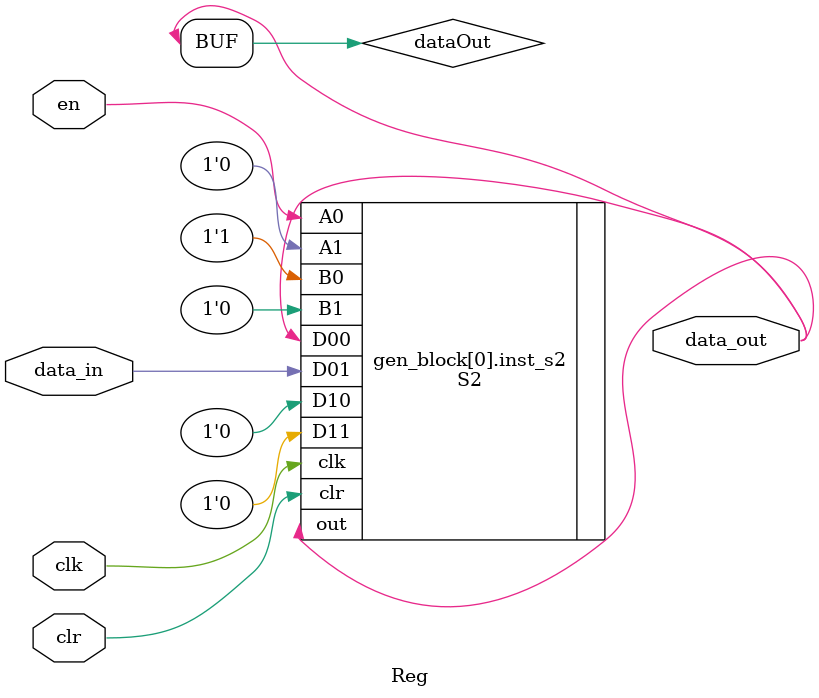
<source format=v>
module Reg #(parameter DATA_WIDTH = 1) (input wire [DATA_WIDTH-1:0] data_in, input wire clk, clr,en, output reg [DATA_WIDTH-1:0] data_out);

    wire[DATA_WIDTH - 1 : 0] dataOut;

    genvar i;
    generate
        for (i = 0; i < DATA_WIDTH; i = i + 1) begin : gen_block
            S2 inst_s2 (
                .D00(data_out[i]),
                .D01(data_in[i]),
                .D10(1'b0),
                .D11(1'b0),
                .A1(1'b0),
                .B1(1'b0),
                .A0(en),
                .B0(1'b1),
                .clr(clr),
                .clk(clk),
                .out(dataOut[i])
            );
        end
    endgenerate

    assign data_out = dataOut;

endmodule
</source>
